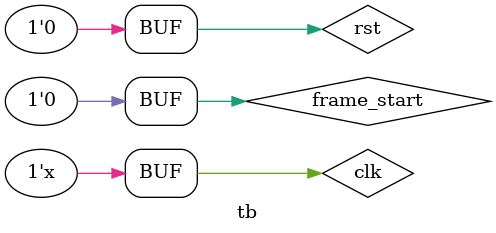
<source format=v>
`timescale 1ns / 1ps

module tb;

reg clk;
reg rst;
reg frame_start;
wire [9:0] rom_addr;
wire [23:0] rom_data;
wire [9:0] fft_real_addr;
wire [9:0] fft_imag_addr;
wire [23:0] fft_real_out;
wire [23:0] fft_imag_out;

wire codec_mclk;
wire codec_sclk;
wire codec_lrclk;
wire codec_sdout;

//Codec_If begin
reg [31:0] sim_data;
reg  [ 4:0] sim_cntr;
wire [1:0] aud_dout_vld;
wire [23:0] aud_dout;

codec_if codec_if_inst
(
   .clk           (clk),
   .rst           (rst),
   
   .codec_m0      (),
   .codec_m1      (),
   .codec_i2s     (),
   .codec_mdiv1   (),
   .codec_mdiv2   (),
   .codec_rstn    (),
   .codec_mclk    (codec_mclk),
   .codec_lrclk   (codec_lrclk),
   .codec_sclk    (codec_sclk),
   .codec_sdin    (),
   .codec_sdout   (codec_sdout),
   
   .aud_dout_vld  (aud_dout_vld),
   .aud_dout      (aud_dout),
   
   .aud_din_vld   (2'b11),
   .aud_din_ack   (),
   .aud_din0      (24'h543210),
   .aud_din1      (24'hba9876)
);

always @ (negedge codec_lrclk)
begin  
   sim_cntr <= 5'b11111;
   sim_data <= {sim_data[30:0], sim_data[31]};
end
always @ (posedge codec_lrclk) 
begin  
   sim_cntr <= 5'b11111;
   sim_data <= {sim_data[30:0], sim_data[31]};
end
always @ (negedge codec_sclk)
   sim_cntr <= sim_cntr - 1;
   


assign codec_sdout = sim_data[sim_cntr];
//Codec_If end

//Controller begin

reg [23:0] dB_out_reg;
wire [23:0]dB_out;
reg [9:0] dB_addr_cntr;
wire [9:0] dB_addr;
reg dB_vld_reg;
wire dB_vld;
always @ (posedge clk)
if(rst)
dB_addr_cntr <= 0;
else
dB_addr_cntr <= dB_addr_cntr + 1;

assign dB_out = dB_out_reg;
assign dB_addr = dB_addr_cntr;
assign dB_vld = dB_vld_reg;

FFT_Controller Controller(
    .clk(clk),
    .rst(rst),    
    .frame_start(frame_start),
    
    .aud_dout_vld(aud_dout_vld[0]),
    .aud_dout(aud_dout), 

    .frm_addr(dB_addr),
    .frm_dout_vld(dB_vld),
    .frm_dout(dB_out)
    );

test_rom #(
    .FILE("test_input.txt")
)
test_input_rom (
    .clk(clk),
    .addr(rom_addr),
    .dout(rom_data)
    );

initial
begin
    clk = 1;
    rst = 1;
    sim_data = 32'h65432100;
    #100 rst = 0;
    #10 frame_start = 1;
    #10 frame_start = 0;
    #16666666 frame_start = 1;
    #10 frame_start = 0;
end

always #5 clk <= ~clk;



endmodule

</source>
